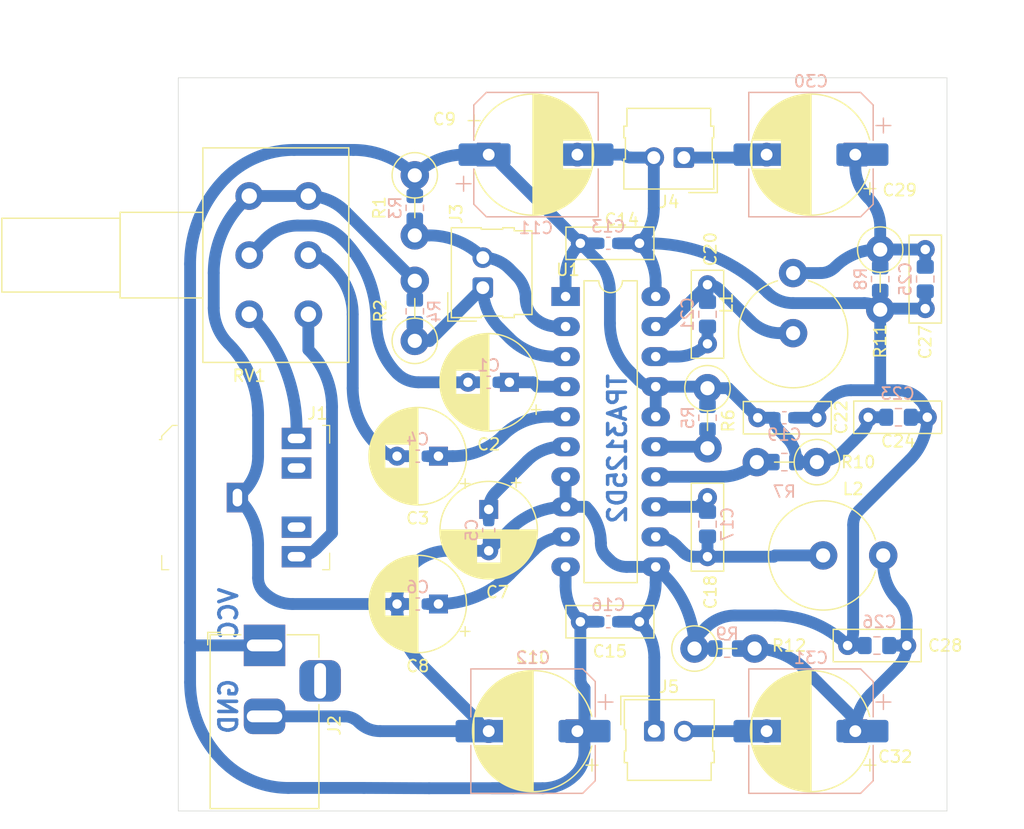
<source format=kicad_pcb>
(kicad_pcb (version 20211014) (generator pcbnew)
  (layers (0 "F.Cu" signal) (31 "B.Cu" signal) (34 "B.Paste" user) (35 "F.Paste" user) (36 "B.SilkS" user "B.Silkscreen") (37 "F.SilkS" user "F.Silkscreen") (38 "B.Mask" user) (39 "F.Mask" user) (44 "Edge.Cuts" user))
  (net 0 "")
  (net 1 "Net-(C1-Pad2)")
  (net 2 "Net-(C1-Pad1)")
  (net 3 "GNDREF")
  (net 4 "VCC")
  (net 5 "Net-(J1-PadR)")
  (net 6 "Net-(J1-PadT)")
  (net 7 "/*SD")
  (net 8 "/MUTE")
  (net 11 "Net-(C3-Pad1)")
  (net 12 "Net-(C3-Pad2)")
  (net 13 "Net-(C20-Pad1)")
  (net 14 "Net-(C5-Pad1)")
  (net 15 "Net-(C6-Pad1)")
  (net 16 "Net-(C17-Pad1)")
  (net 17 "/GAIN0")
  (net 18 "/GAIN1")
  (net 19 "Net-(C17-Pad2)")
  (net 20 "Net-(C20-Pad2)")
  (net 21 "Net-(C25-Pad1)")
  (net 22 "Net-(C26-Pad2)")
  (net 23 "Net-(C29-Pad2)")
  (net 24 "Net-(C31-Pad2)")
  (footprint "Capacitor_THT:CP_Radial_D8.0mm_P3.50mm" (layer "F.Cu") (at 128 80 180)
    (fp_text reference "C3")
    (fp_text value "1u")
  )
  (footprint "Capacitor_THT:CP_Radial_D8.0mm_P3.50mm" (layer "F.Cu") (at 132.25 84.5 -90)
    (fp_text reference "C7")
    (fp_text value "1u")
  )
  (footprint "Capacitor_THT:CP_Radial_D8.0mm_P3.50mm" (layer "F.Cu") (at 128 92.5 180)
    (fp_text reference "C8")
    (fp_text value "1u")
  )
  (footprint "Capacitor_THT:C_Rect_L7.2mm_W2.5mm_P5.00mm_FKS2_FKP2_MKS2_MKP2" (layer "F.Cu") (at 145 62 180)
    (fp_text reference "C14")
    (fp_text value "100n")
  )
  (footprint "Capacitor_THT:C_Rect_L7.2mm_W2.5mm_P5.00mm_FKS2_FKP2_MKS2_MKP2" (layer "F.Cu") (at 145 94 180)
    (fp_text reference "C15")
    (fp_text value "100n")
  )
  (footprint "Capacitor_THT:C_Rect_L7.2mm_W2.5mm_P5.00mm_FKS2_FKP2_MKS2_MKP2" (layer "F.Cu") (at 155 76.75)
    (fp_text reference "C22")
    (fp_text value "100n")
  )
  (footprint "Connector_Molex:Molex_SL_171971-0002_1x02_P2.54mm_Vertical" (layer "F.Cu") (at 131.75 65.75 90)
    (fp_text reference "J3")
    (fp_text value "Conn_01x02")
  )
  (footprint "Connector_BarrelJack:BarrelJack_Horizontal" (layer "F.Cu") (at 113.2925 96 90)
    (fp_text reference "J2")
    (fp_text value "POWER")
  )
  (footprint "Connector_Molex:Molex_SL_171971-0002_1x02_P2.54mm_Vertical" (layer "F.Cu") (at 148.75 54.75 180)
    (fp_text reference "J4")
    (fp_text value "8 Ohm Speaker")
  )
  (footprint "Connector_Molex:Molex_SL_171971-0002_1x02_P2.54mm_Vertical" (layer "F.Cu") (at 146.25 103.25)
    (fp_text reference "J5")
    (fp_text value "8 Ohm Speaker")
  )
  (footprint "Inductor_THT:L_Axial_L26.0mm_D9.0mm_P5.08mm_Vertical_Fastron_77A" (layer "F.Cu") (at 157.988 69.596 90)
    (fp_text reference "L1")
    (fp_text value "33u")
  )
  (footprint "Inductor_THT:L_Axial_L26.0mm_D9.0mm_P5.08mm_Vertical_Fastron_77A" (layer "F.Cu") (at 160.528 88.392)
    (fp_text reference "L2")
    (fp_text value "33u")
  )
  (footprint "Potentiometer_THT:Potentiometer_Alps_RK163_Dual_Horizontal" (layer "F.Cu") (at 112 58 180)
    (fp_text reference "RV1")
    (fp_text value "100k")
  )
  (footprint "Package_DIP:DIP-20_W7.62mm_LongPads" (layer "F.Cu") (at 138.75 66.5)
    (fp_text reference "U1")
    (fp_text value "TPA3125D2")
  )
  (footprint "Capacitor_THT:CP_Radial_D8.0mm_P3.50mm" (layer "F.Cu") (at 134 73.75 180)
    (fp_text reference "C2")
    (fp_text value "1u")
  )
  (footprint "Capacitor_THT:C_Rect_L7.2mm_W2.5mm_P5.00mm_FKS2_FKP2_MKS2_MKP2" (layer "F.Cu") (at 150.75 65.5 -90)
    (fp_text reference "C20")
    (fp_text value "220n")
  )
  (footprint "TPA3125D2:audiojack-3.5mm-5p" (layer "F.Cu") (at 116 83.5)
    (fp_text reference "J1")
    (fp_text value "AudioJack3_SwitchTR")
  )
  (footprint "Capacitor_THT:CP_Radial_D10.0mm_P7.50mm" (layer "F.Cu") (at 132.25 54.5)
    (fp_text reference "C9")
    (fp_text value "470u")
  )
  (footprint "Capacitor_THT:CP_Radial_D10.0mm_P7.50mm" (layer "F.Cu") (at 139.75 103.25 180)
    (fp_text reference "C10")
    (fp_text value "470u")
  )
  (footprint "Capacitor_THT:C_Rect_L7.2mm_W2.5mm_P5.00mm_FKS2_FKP2_MKS2_MKP2" (layer "F.Cu") (at 169.164 62.524 -90)
    (fp_text reference "C27")
    (fp_text value "680n")
  )
  (footprint "Capacitor_THT:C_Rect_L7.2mm_W2.5mm_P5.00mm_FKS2_FKP2_MKS2_MKP2" (layer "F.Cu") (at 162.6 96.012)
    (fp_text reference "C28")
    (fp_text value "680n")
  )
  (footprint "Capacitor_THT:CP_Radial_D10.0mm_P7.50mm" (layer "F.Cu") (at 163.25 54.5 180)
    (fp_text reference "C29")
    (fp_text value "470u")
  )
  (footprint "Capacitor_THT:CP_Radial_D10.0mm_P7.50mm" (layer "F.Cu") (at 163.25 103.25 180)
    (fp_text reference "C32")
    (fp_text value "470u")
  )
  (footprint "Resistor_THT:R_Axial_DIN0411_L9.9mm_D3.6mm_P5.08mm_Vertical" (layer "F.Cu") (at 165.354 62.53 -90)
    (fp_text reference "R11")
    (fp_text value "4k7")
  )
  (footprint "Capacitor_THT:C_Rect_L7.2mm_W2.5mm_P5.00mm_FKS2_FKP2_MKS2_MKP2" (layer "F.Cu") (at 150.75 88.5 90)
    (fp_text reference "C18")
    (fp_text value "220n")
  )
  (footprint "Resistor_THT:R_Axial_DIN0411_L9.9mm_D3.6mm_P5.08mm_Vertical" (layer "F.Cu") (at 126 56.25 -90)
    (fp_text reference "R1")
    (fp_text value "10k")
  )
  (footprint "Resistor_THT:R_Axial_DIN0411_L9.9mm_D3.6mm_P5.08mm_Vertical" (layer "F.Cu") (at 126 70.25 90)
    (fp_text reference "R2")
    (fp_text value "10k")
  )
  (footprint "Resistor_THT:R_Axial_DIN0411_L9.9mm_D3.6mm_P5.08mm_Vertical" (layer "F.Cu") (at 150.75 74.25 -90)
    (fp_text reference "R6")
    (fp_text value "10k")
  )
  (footprint "Resistor_THT:R_Axial_DIN0411_L9.9mm_D3.6mm_P5.08mm_Vertical" (layer "F.Cu") (at 160 80.5 180)
    (fp_text reference "R10")
    (fp_text value "10k")
  )
  (footprint "Resistor_THT:R_Axial_DIN0411_L9.9mm_D3.6mm_P5.08mm_Vertical" (layer "F.Cu") (at 149.652 96.266)
    (fp_text reference "R12")
    (fp_text value "4k7")
  )
  (footprint "Capacitor_THT:C_Rect_L7.2mm_W2.5mm_P5.00mm_FKS2_FKP2_MKS2_MKP2" (layer "F.Cu") (at 164.338 76.708)
    (fp_text reference "C24")
    (fp_text value "10u")
  )
  (footprint "Capacitor_SMD:CP_Elec_10x7.7" (layer "B.Cu") (at 136 103.25 180)
    (fp_text reference "C12")
    (fp_text value "470u")
  )
  (footprint "Capacitor_SMD:C_0805_2012Metric_Pad1.18x1.45mm_HandSolder" (layer "B.Cu") (at 150.75 68 -90)
    (fp_text reference "C21")
    (fp_text value "220n")
  )
  (footprint "Capacitor_SMD:C_0805_2012Metric_Pad1.18x1.45mm_HandSolder" (layer "B.Cu") (at 150.75 85.75 90)
    (fp_text reference "C17")
    (fp_text value "220n")
  )
  (footprint "Capacitor_SMD:C_0805_2012Metric_Pad1.18x1.45mm_HandSolder" (layer "B.Cu") (at 165.0785 96.012)
    (fp_text reference "C26")
    (fp_text value "680n")
  )
  (footprint "Capacitor_SMD:CP_Elec_10x7.7" (layer "B.Cu") (at 159.5 103.25 180)
    (fp_text reference "C31")
    (fp_text value "470u")
  )
  (footprint "Resistor_SMD:R_0805_2012Metric_Pad1.20x1.40mm_HandSolder" (layer "B.Cu") (at 165.354 65.024 -90)
    (fp_text reference "R8")
    (fp_text value "4k7")
  )
  (footprint "Resistor_SMD:R_0805_2012Metric_Pad1.20x1.40mm_HandSolder" (layer "B.Cu") (at 152.416 96.266)
    (fp_text reference "R9")
    (fp_text value "4k7")
  )
  (footprint "Capacitor_SMD:CP_Elec_10x7.7" (layer "B.Cu") (at 136.25 54.5)
    (fp_text reference "C11")
    (fp_text value "470u")
  )
  (footprint "Capacitor_SMD:C_0603_1608Metric_Pad1.08x0.95mm_HandSolder" (layer "B.Cu") (at 142.3625 62 180)
    (fp_text reference "C13")
    (fp_text value "100n")
  )
  (footprint "Capacitor_SMD:C_0603_1608Metric_Pad1.08x0.95mm_HandSolder" (layer "B.Cu") (at 132.25 73.75 180)
    (fp_text reference "C1")
    (fp_text value "1u")
  )
  (footprint "Capacitor_SMD:C_0603_1608Metric_Pad1.08x0.95mm_HandSolder" (layer "B.Cu") (at 126.25 80 180)
    (fp_text reference "C4")
    (fp_text value "1u")
  )
  (footprint "Capacitor_SMD:C_0603_1608Metric_Pad1.08x0.95mm_HandSolder" (layer "B.Cu") (at 132.25 86.25 -90)
    (fp_text reference "C5")
    (fp_text value "1u")
  )
  (footprint "Capacitor_SMD:C_0603_1608Metric_Pad1.08x0.95mm_HandSolder" (layer "B.Cu") (at 142.3625 94 180)
    (fp_text reference "C16")
    (fp_text value "100n")
  )
  (footprint "Capacitor_SMD:C_0603_1608Metric_Pad1.08x0.95mm_HandSolder" (layer "B.Cu") (at 157.25 76.75)
    (fp_text reference "C19")
    (fp_text value "100n")
  )
  (footprint "Capacitor_SMD:C_0603_1608Metric_Pad1.08x0.95mm_HandSolder" (layer "B.Cu") (at 126.25 92.5 180)
    (fp_text reference "C6")
    (fp_text value "1u")
  )
  (footprint "Resistor_SMD:R_0805_2012Metric_Pad1.20x1.40mm_HandSolder" (layer "B.Cu") (at 126 59 -90)
    (fp_text reference "R3")
    (fp_text value "10k")
  )
  (footprint "Resistor_SMD:R_0805_2012Metric_Pad1.20x1.40mm_HandSolder" (layer "B.Cu") (at 126 67.75 90)
    (fp_text reference "R4")
    (fp_text value "10k")
  )
  (footprint "Resistor_SMD:R_0805_2012Metric_Pad1.20x1.40mm_HandSolder" (layer "B.Cu") (at 150.75 76.75 -90)
    (fp_text reference "R5")
    (fp_text value "10k")
  )
  (footprint "Resistor_SMD:R_0805_2012Metric_Pad1.20x1.40mm_HandSolder" (layer "B.Cu") (at 157.25 80.5 180)
    (fp_text reference "R7")
    (fp_text value "10k")
  )
  (footprint "Capacitor_SMD:C_0805_2012Metric_Pad1.18x1.45mm_HandSolder" (layer "B.Cu") (at 166.8995 76.708)
    (fp_text reference "C23")
    (fp_text value "10u")
  )
  (footprint "Capacitor_SMD:C_0805_2012Metric_Pad1.18x1.45mm_HandSolder" (layer "B.Cu") (at 169.164 65.024 -90)
    (fp_text reference "C25")
    (fp_text value "680n")
  )
  (footprint "Capacitor_SMD:CP_Elec_10x7.7" (layer "B.Cu") (at 159.5 54.5 180)
    (fp_text reference "C30")
    (fp_text value "470u")
  )
  (gr_line (start 171 110) (end 106 110) (layer "Edge.Cuts") (width 0.05))
  (gr_line (start 106 110) (end 106 48) (layer "Edge.Cuts") (width 0.05))
  (gr_line (start 106 48) (end 171 48) (layer "Edge.Cuts") (width 0.05))
  (gr_line (start 171 48) (end 171 110) (layer "Edge.Cuts") (width 0.05))
  (gr_text "VCC   GND" (at 110.25 97.3 90) (layer "B.Cu") (effects (font (size 1.5 1.5) (thickness 0.3)) (justify mirror)))
  (gr_text "TPA3125D2" (at 143.129 79.375 90) (layer "B.Cu") (effects (font (size 1.5 1.5) (thickness 0.3)) (justify mirror)))
  (segment (start 117.25 60.5) (end 116.09099 60.5) (width 1) (layer "B.Cu") (net 1))
  (segment (start 119.921573 61.671573) (end 119.81066 61.56066) (width 1) (layer "B.Cu") (net 1))
  (segment (start 122.75 68.775127) (end 122.75 68.5) (width 1) (layer "B.Cu") (net 1))
  (segment (start 130.5 73.75) (end 131.3875 73.75) (width 1) (layer "B.Cu") (net 1))
  (segment (start 130.5 73.75) (end 126.31066 73.75) (width 1) (layer "B.Cu") (net 1))
  (segment (start 113.375 61.625) (end 112 63) (width 1) (layer "B.Cu") (net 1))
  (arc (start 122.75 68.5) (mid 122.014915 64.804482) (end 119.921573 61.671573) (width 1) (layer "B.Cu") (net 1))
  (arc (start 116.09099 60.5) (mid 114.621107 60.792378) (end 113.375 61.625) (width 1) (layer "B.Cu") (net 1))
  (arc (start 124.5 73) (mid 123.20481 71.061611) (end 122.75 68.775127) (width 1) (layer "B.Cu") (net 1))
  (arc (start 126.31066 73.75) (mid 125.330738 73.555081) (end 124.5 73) (width 1) (layer "B.Cu") (net 1))
  (arc (start 119.81066 61.56066) (mid 118.635819 60.775656) (end 117.25 60.5) (width 1) (layer "B.Cu") (net 1))
  (segment (start 134 73.75) (end 133.1125 73.75) (width 1) (layer "B.Cu") (net 2))
  (segment (start 136.37 74.12) (end 136 73.75) (width 1) (layer "B.Cu") (net 2))
  (segment (start 138.75 74.12) (end 136.37 74.12) (width 1) (layer "B.Cu") (net 2))
  (segment (start 134 73.75) (end 136 73.75) (width 1) (layer "B.Cu") (net 2))
  (segment (start 112.75 76.535533) (end 112.75 80) (width 1) (layer "B.Cu") (net 3))
  (segment (start 112 58) (end 111.474874 58.525126) (width 1) (layer "B.Cu") (net 3))
  (segment (start 160 76.75) (end 158.1125 76.75) (width 1) (layer "B.Cu") (net 3))
  (segment (start 124.5 92.5) (end 124.5 93.75) (width 1) (layer "B.Cu") (net 3))
  (segment (start 131.256849 102.300848) (end 129.032 100.076) (width 1) (layer "B.Cu") (net 3))
  (segment (start 145 62) (end 145.768973 62) (width 1) (layer "B.Cu") (net 3))
  (segment (start 145 62) (end 143.225 62) (width 1) (layer "B.Cu") (net 3))
  (segment (start 126 65.17) (end 120.124006 59.294006) (width 1) (layer "B.Cu") (net 3))
  (segment (start 138.75 81.74) (end 138.75 84.28) (width 1) (layer "B.Cu") (net 3))
  (segment (start 146.37 66.5) (end 146.37 65.307472) (width 1) (layer "B.Cu") (net 3))
  (segment (start 109 64.5) (end 109 67.482234) (width 1) (layer "B.Cu") (net 3))
  (segment (start 123.06066 103.25) (end 132.25 103.25) (width 1) (layer "B.Cu") (net 3))
  (segment (start 117 58) (end 112 58) (width 1) (layer "B.Cu") (net 3))
  (segment (start 157.975235 67.056) (end 164.016526 67.056) (width 1) (layer "B.Cu") (net 3))
  (segment (start 146.21 54.75) (end 144.257553 54.75) (width 1) (layer "B.Cu") (net 3))
  (segment (start 141.732 87.323215) (end 141.732 87.376) (width 1) (layer "B.Cu") (net 3))
  (segment (start 124.5 92.5) (end 115.664213 92.5) (width 1) (layer "B.Cu") (net 3))
  (segment (start 124.5 92.250482) (end 124.5 92.5) (width 1) (layer "B.Cu") (net 3))
  (segment (start 113.2925 102) (end 120.042894 102) (width 1) (layer "B.Cu") (net 3))
  (segment (start 132.25 88) (end 128.822607 88) (width 1) (layer "B.Cu") (net 3))
  (segment (start 153.07484 93.472) (end 156.467898 93.472) (width 1) (layer "B.Cu") (net 3))
  (segment (start 165.354 67.61) (end 165.354 66.024) (width 1) (layer "B.Cu") (net 3))
  (segment (start 132.25 87.1125) (end 132.25 88) (width 1) (layer "B.Cu") (net 3))
  (segment (start 124.5 92.5) (end 125.3875 92.5) (width 1) (layer "B.Cu") (net 3))
  (segment (start 149.652 96.266) (end 151.416 96.266) (width 1) (layer "B.Cu") (net 3))
  (segment (start 169.164 67.524) (end 169.164 66.0615) (width 1) (layer "B.Cu") (net 3))
  (segment (start 134.004243 86.245757) (end 132.25 88) (width 1) (layer "B.Cu") (net 3))
  (segment (start 167.84459 80.313409) (end 166.116 82.042) (width 1) (layer "B.Cu") (net 3))
  (segment (start 163.068 85.80842) (end 163.068 94.882149) (width 1) (layer "B.Cu") (net 3))
  (segment (start 165.354 67.61) (end 165.354 73.80879) (width 1) (layer "B.Cu") (net 3))
  (segment (start 150.223342 94.886658) (end 150.622 94.488) (width 1) (layer "B.Cu") (net 3))
  (segment (start 162.6 96.012) (end 164.041 96.012) (width 1) (layer "B.Cu") (net 3))
  (segment (start 169.338 76.708) (end 167.937 76.708) (width 1) (layer "B.Cu") (net 3))
  (segment (start 112.75 90.292894) (end 112.75 87.5) (width 1) (layer "B.Cu") (net 3))
  (segment (start 168.656 75.184) (end 168.742616 75.270616) (width 1) (layer "B.Cu") (net 3))
  (segment (start 126 66.75) (end 126 65.17) (width 1) (layer "B.Cu") (net 3))
  (segment (start 111.159009 83.659009) (end 111 83.5) (width 1) (layer "B.Cu") (net 3))
  (segment (start 139.75 54.5) (end 143.654 54.5) (width 1) (layer "B.Cu") (net 3))
  (segment (start 111.512563 82.987437) (end 111 83.5) (width 1) (layer "B.Cu") (net 3))
  (segment (start 145 94) (end 143.225 94) (width 1) (layer "B.Cu") (net 3))
  (segment (start 165.608 74.422) (end 166.81637 74.422) (width 1) (layer "B.Cu") (net 3))
  (segment (start 138.75 84.28) (end 140.471459 84.28) (width 1) (layer "B.Cu") (net 3))
  (segment (start 146.37 89.36) (end 143.911143 89.36) (width 1) (layer "B.Cu") (net 3))
  (segment (start 162.87563 74.422) (end 165.608 74.422) (width 1) (layer "B.Cu") (net 3))
  (segment (start 142.494 88.773) (end 142.181013 88.460013) (width 1) (layer "B.Cu") (net 3))
  (segment (start 146.21 54.75) (end 146.21 59.078802) (width 1) (layer "B.Cu") (net 3))
  (segment (start 147.089445 90.079445) (end 146.37 89.36) (width 1) (layer "B.Cu") (net 3))
  (segment (start 146.37 89.36) (end 146.37 90.692528) (width 1) (layer "B.Cu") (net 3))
  (segment (start 166.116 82.042) (end 163.576 84.582) (width 1) (layer "B.Cu") (net 3))
  (segment (start 146.25 103.25) (end 146.25 97.017766) (width 1) (layer "B.Cu") (net 3))
  (segment (start 169.164 67.524) (end 165.561622 67.524) (width 1) (layer "B.Cu") (net 3))
  (segment (start 160.374767 75.845234) (end 161.036 75.184) (width 1) (layer "B.Cu") (net 3))
  (segment (start 129.032 100.076) (end 126.652434 97.696434) (width 1) (layer "B.Cu") (net 3))
  (arc (start 164.016526 67.056) (mid 164.740361 67.19998) (end 165.354 67.61) (width 1) (layer "B.Cu") (net 3))
  (arc (start 112.75 87.5) (mid 112.336515 85.421271) (end 111.159009 83.659009) (width 1) (layer "B.Cu") (net 3))
  (arc (start 155.829 66.167) (mid 156.813701 66.824956) (end 157.975235 67.056) (width 1) (layer "B.Cu") (net 3))
  (arc (start 138.75 84.28) (mid 136.181615 84.790884) (end 134.004243 86.245757) (width 1) (layer "B.Cu") (net 3))
  (arc (start 111.474874 58.525126) (mid 109.643199 61.266421) (end 109 64.5) (width 1) (layer "B.Cu") (net 3))
  (arc (start 145.768973 62) (mid 151.21342 63.082968) (end 155.829 66.167) (width 1) (layer "B.Cu") (net 3))
  (arc (start 125.73 89.281) (mid 124.819667 90.64341) (end 124.5 92.250482) (width 1) (layer "B.Cu") (net 3))
  (arc (start 150.622 94.488) (mid 151.747373 93.73605) (end 153.07484 93.472) (width 1) (layer "B.Cu") (net 3))
  (arc (start 168.742616 75.270616) (mid 169.183265 75.930093) (end 169.338 76.708) (width 1) (layer "B.Cu") (net 3))
  (arc (start 143.911143 89.36) (mid 143.144191 89.207444) (end 142.494 88.773) (width 1) (layer "B.Cu") (net 3))
  (arc (start 160 76.75) (mid 160.097399 76.260344) (end 160.374767 75.845234) (width 1) (layer "B.Cu") (net 3))
  (arc (start 163.068 94.882149) (mid 162.94637 95.49362) (end 162.6 96.012) (width 1) (layer "B.Cu") (net 3))
  (arc (start 126.652434 97.696434) (mid 125.0594 95.312291) (end 124.5 92.5) (width 1) (layer "B.Cu") (net 3))
  (arc (start 163.576 84.582) (mid 163.200025 85.144687) (end 163.068 85.80842) (width 1) (layer "B.Cu") (net 3))
  (arc (start 144.257553 54.75) (mid 143.930912 54.685027) (end 143.654 54.5) (width 1) (layer "B.Cu") (net 3))
  (arc (start 146.37 90.692528) (mid 146.013949 92.482518) (end 145 94) (width 1) (layer "B.Cu") (net 3))
  (arc (start 169.338 76.708) (mid 168.949876 78.659234) (end 167.84459 80.313409) (width 1) (layer "B.Cu") (net 3))
  (arc (start 146.21 59.078802) (mid 145.895531 60.659743) (end 145 62) (width 1) (layer "B.Cu") (net 3))
  (arc (start 149.652 96.266) (mid 148.986014 92.917861) (end 147.089445 90.079445) (width 1) (layer "B.Cu") (net 3))
  (arc (start 109 67.482234) (mid 109.324865 69.115437) (end 110.25 70.5) (width 1) (layer "B.Cu") (net 3))
  (arc (start 161.036 75.184) (mid 161.880029 74.620037) (end 162.87563 74.422) (width 1) (layer "B.Cu") (net 3))
  (arc (start 121.25 102.5) (mid 122.080738 103.055081) (end 123.06066 103.25) (width 1) (layer "B.Cu") (net 3))
  (arc (start 166.81637 74.422) (mid 167.81197 74.620038) (end 168.656 75.184) (width 1) (layer "B.Cu") (net 3))
  (arc (start 112.75 80) (mid 112.428401 81.616789) (end 111.512563 82.987437) (width 1) (layer "B.Cu") (net 3))
  (arc (start 120.124006 59.294006) (mid 118.690701 58.336301) (end 117 58) (width 1) (layer "B.Cu") (net 3))
  (arc (start 110.25 70.5) (mid 112.100271 73.269126) (end 112.75 76.535533) (width 1) (layer "B.Cu") (net 3))
  (arc (start 140.471459 84.28) (mid 141.404396 85.676239) (end 141.732 87.323215) (width 1) (layer "B.Cu") (net 3))
  (arc (start 165.561622 67.524) (mid 165.449258 67.546351) (end 165.354 67.61) (width 1) (layer "B.Cu") (net 3))
  (arc (start 146.25 97.017766) (mid 145.925136 95.384563) (end 145 94) (width 1) (layer "B.Cu") (net 3))
  (arc (start 113.25 91.5) (mid 112.879946 90.946175) (end 112.75 90.292894) (width 1) (layer "B.Cu") (net 3))
  (arc (start 131.65 103.25) (mid 131.547823 102.736323) (end 131.256849 102.300848) (width 1) (layer "B.Cu") (net 3))
  (arc (start 146.37 65.307472) (mid 146.013949 63.517481) (end 145 62) (width 1) (layer "B.Cu") (net 3))
  (arc (start 115.664213 92.5) (mid 114.35765 92.240109) (end 113.25 91.5) (width 1) (layer "B.Cu") (net 3))
  (arc (start 128.822607 88) (mid 127.148901 88.33292) (end 125.73 89.281) (width 1) (layer "B.Cu") (net 3))
  (arc (start 165.354 73.80879) (mid 165.420013 74.140656) (end 165.608 74.422) (width 1) (layer "B.Cu") (net 3))
  (arc (start 156.467898 93.472) (mid 159.786567 94.132125) (end 162.6 96.012) (width 1) (layer "B.Cu") (net 3))
  (arc (start 120.042894 102) (mid 120.696175 102.129946) (end 121.25 102.5) (width 1) (layer "B.Cu") (net 3))
  (arc (start 142.181013 88.460013) (mid 141.848695 87.962664) (end 141.732 87.376) (width 1) (layer "B.Cu") (net 3))
  (arc (start 149.652 96.266) (mid 149.800487 95.519505) (end 150.223342 94.886658) (width 1) (layer "B.Cu") (net 3))
  (segment (start 138.75 89.36) (end 138.75 90.982234) (width 1) (layer "B.Cu") (net 4))
  (segment (start 140 94) (end 140 98.790054) (width 1) (layer "B.Cu") (net 4))
  (segment (start 140 94) (end 141.5 94) (width 1) (layer "B.Cu") (net 4))
  (segment (start 121.698765 108.051235) (end 115.305672 108.051235) (width 1) (layer "B.Cu") (net 4))
  (segment (start 158.25 80.5) (end 158.25 80.31066) (width 1) (layer "B.Cu") (net 4))
  (segment (start 140 62) (end 141.5 62) (width 1) (layer "B.Cu") (net 4))
  (segment (start 163.068 78.74) (end 162.232896 79.575104) (width 1) (layer "B.Cu") (net 4))
  (segment (start 141.362 63.362) (end 140 62) (width 1) (layer "B.Cu") (net 4))
  (segment (start 132.532088 108.077) (end 134.327 108.077) (width 1) (layer "B.Cu") (net 4))
  (segment (start 132.25 54.5) (end 130.158 54.5) (width 1) (layer "B.Cu") (net 4))
  (segment (start 107 95.75) (end 107 63.74264) (width 1) (layer "B.Cu") (net 4))
  (segment (start 140 62) (end 139.961275 62.038725) (width 1) (layer "B.Cu") (net 4))
  (segment (start 160 80.5) (end 158.25 80.5) (width 1) (layer "B.Cu") (net 4))
  (segment (start 138.75 66.5) (end 138.75 64.963) (width 1) (layer "B.Cu") (net 4))
  (segment (start 113.2925 96) (end 107.603553 96) (width 1) (layer "B.Cu") (net 4))
  (segment (start 150.75 74.25) (end 150.75 75.75) (width 1) (layer "B.Cu") (net 4))
  (segment (start 127.21042 108.077) (end 121.698765 108.051235) (width 1) (layer "B.Cu") (net 4))
  (segment (start 163.799185 78.008816) (end 163.068 78.74) (width 1) (layer "B.Cu") (net 4))
  (segment (start 164.338 76.708) (end 165.862 76.708) (width 1) (layer "B.Cu") (net 4))
  (segment (start 144.907 73.558741) (end 144.195629 72.84737) (width 1) (layer "B.Cu") (net 4))
  (segment (start 140.35 103.25) (end 140.35 99.635028) (width 1) (layer "B.Cu") (net 4))
  (segment (start 132.25 54.5) (end 132.5 54.5) (width 1) (layer "B.Cu") (net 4))
  (segment (start 146.37 74.12) (end 146.261999 74.12) (width 1) (layer "B.Cu") (net 4))
  (segment (start 150.62 74.12) (end 150.75 74.25) (width 1) (layer "B.Cu") (net 4))
  (segment (start 126 56.25) (end 126 58) (width 1) (layer "B.Cu") (net 4))
  (segment (start 152.5 74.25) (end 155 76.75) (width 1) (layer "B.Cu") (net 4))
  (segment (start 126 56.25) (end 126.047286 56.202714) (width 1) (layer "B.Cu") (net 4))
  (segment (start 155 76.75) (end 156.3875 76.75) (width 1) (layer "B.Cu") (net 4))
  (segment (start 150.75 74.25) (end 152.5 74.25) (width 1) (layer "B.Cu") (net 4))
  (segment (start 134.327 108.077) (end 127.21042 108.077) (width 1) (layer "B.Cu") (net 4))
  (segment (start 140.35 105.058157) (end 140.35 99.635028) (width 1) (layer "B.Cu") (net 4))
  (segment (start 134.327 108.077) (end 136.813554 108.077) (width 1) (layer "B.Cu") (net 4))
  (segment (start 146.37 74.12) (end 150.62 74.12) (width 1) (layer "B.Cu") (net 4))
  (segment (start 146.37 76.66) (end 146.37 74.12) (width 1) (layer "B.Cu") (net 4))
  (segment (start 140.35 103.25) (end 139.75 103.25) (width 1) (layer "B.Cu") (net 4))
  (segment (start 156.838281 77.83828) (end 157.5 78.5) (width 1) (layer "B.Cu") (net 4))
  (segment (start 107 99.110913) (end 107 95.75) (width 1) (layer "B.Cu") (net 4))
  (segment (start 115.789284 54.102) (end 120.81427 54.102) (width 1) (layer "B.Cu") (net 4))
  (segment (start 142.5 68.75376) (end 142.5 66.109375) (width 1) (layer "B.Cu") (net 4))
  (segment (start 132.5 54.5) (end 140 62) (width 1) (layer "B.Cu") (net 4))
  (arc (start 146.261999 74.12) (mid 145.528679 73.974134) (end 144.907 73.558741) (width 1) (layer "B.Cu") (net 4))
  (arc (start 139.961275 62.038725) (mid 139.0648 63.380393) (end 138.75 64.963) (width 1) (layer "B.Cu") (net 4))
  (arc (start 109.75 105.75) (mid 107.714701 102.703961) (end 107 99.110913) (width 1) (layer "B.Cu") (net 4))
  (arc (start 136.813554 108.077) (mid 138.306955 107.779944) (end 139.573 106.934) (width 1) (layer "B.Cu") (net 4))
  (arc (start 107.603553 96) (mid 107.276912 95.935027) (end 107 95.75) (width 1) (layer "B.Cu") (net 4))
  (arc (start 126.047286 56.202714) (mid 127.933297 54.942522) (end 130.158 54.5) (width 1) (layer "B.Cu") (net 4))
  (arc (start 120.81427 54.102) (mid 123.620768 54.660247) (end 126 56.25) (width 1) (layer "B.Cu") (net 4))
  (arc (start 140 98.790054) (mid 140.090962 99.24735) (end 140.35 99.635028) (width 1) (layer "B.Cu") (net 4))
  (arc (start 138.75 90.982234) (mid 139.074864 92.615437) (end 140 94) (width 1) (layer "B.Cu") (net 4))
  (arc (start 115.305672 108.051235) (mid 112.298964 107.453164) (end 109.75 105.75) (width 1) (layer "B.Cu") (net 4))
  (arc (start 156.3875 76.75) (mid 156.504654 77.338973) (end 156.838281 77.83828) (width 1) (layer "B.Cu") (net 4))
  (arc (start 158.25 80.31066) (mid 158.055081 79.330738) (end 157.5 78.5) (width 1) (layer "B.Cu") (net 4))
  (arc (start 144.195629 72.84737) (mid 142.94068 70.969207) (end 142.5 68.75376) (width 1) (layer "B.Cu") (net 4))
  (arc (start 139.573 106.934) (mid 140.148064 106.073356) (end 140.35 105.058157) (width 1) (layer "B.Cu") (net 4))
  (arc (start 142.5 66.109375) (mid 142.204244 64.622507) (end 141.362 63.362) (width 1) (layer "B.Cu") (net 4))
  (arc (start 162.232896 79.575104) (mid 161.208435 80.259628) (end 160 80.5) (width 1) (layer "B.Cu") (net 4))
  (arc (start 107 63.74264) (mid 107.779675 59.822951) (end 110 56.5) (width 1) (layer "B.Cu") (net 4))
  (arc (start 164.338 76.708) (mid 164.197966 77.411996) (end 163.799185 78.008816) (width 1) (layer "B.Cu") (net 4))
  (arc (start 110 56.5) (mid 112.656146 54.72522) (end 115.789284 54.102) (width 1) (layer "B.Cu") (net 4))
  (segment (start 117.707107 87.792893) (end 119 86.5) (width 1) (layer "B.Cu") (net 5))
  (segment (start 119 86.5) (end 119 75.828427) (width 1) (layer "B.Cu") (net 5))
  (segment (start 117 71) (end 117 68) (width 1) (layer "B.Cu") (net 5))
  (arc (start 116 88.5) (mid 116.92388 88.316229) (end 117.707107 87.792893) (width 1) (layer "B.Cu") (net 5))
  (arc (start 119 75.828427) (mid 118.480217 73.215301) (end 117 71) (width 1) (layer "B.Cu") (net 5))
  (segment (start 116 78.5) (end 116 77.656854) (width 1) (layer "B.Cu") (net 6))
  (arc (start 116 77.656854) (mid 114.960434 72.430602) (end 112 68) (width 1) (layer "B.Cu") (net 6))
  (segment (start 126 61.33) (end 127.211279 61.33) (width 1) (layer "B.Cu") (net 7))
  (segment (start 138.75 69.04) (end 138.047353 69.04) (width 1) (layer "B.Cu") (net 7))
  (segment (start 126 60) (end 126 61.33) (width 1) (layer "B.Cu") (net 7))
  (segment (start 131.75 63.21) (end 131.751853 63.21) (width 1) (layer "B.Cu") (net 7))
  (segment (start 133.985 64.135) (end 134.580158 64.730158) (width 1) (layer "B.Cu") (net 7))
  (arc (start 136.017 68.199) (mid 135.547031 67.495643) (end 135.382 66.665975) (width 1) (layer "B.Cu") (net 7))
  (arc (start 134.580158 64.730158) (mid 135.173607 65.618318) (end 135.382 66.665975) (width 1) (layer "B.Cu") (net 7))
  (arc (start 131.751853 63.21) (mid 132.960423 63.450399) (end 133.985 64.135) (width 1) (layer "B.Cu") (net 7))
  (arc (start 127.211279 61.33) (mid 129.667617 61.818596) (end 131.75 63.21) (width 1) (layer "B.Cu") (net 7))
  (arc (start 138.047353 69.04) (mid 136.948534 68.821431) (end 136.017 68.199) (width 1) (layer "B.Cu") (net 7))
  (segment (start 126 68.75) (end 126 70.25) (width 1) (layer "B.Cu") (net 8))
  (segment (start 138.75 71.58) (end 137.814457 71.58) (width 1) (layer "B.Cu") (net 8))
  (segment (start 127.25 70.25) (end 131.75 65.75) (width 1) (layer "B.Cu") (net 8))
  (segment (start 126 70.25) (end 127.25 70.25) (width 1) (layer "B.Cu") (net 8))
  (segment (start 134 70) (end 133.164214 69.164214) (width 1) (layer "B.Cu") (net 8))
  (arc (start 137.814457 71.58) (mid 135.750088 71.169371) (end 134 70) (width 1) (layer "B.Cu") (net 8))
  (arc (start 133.164214 69.164214) (mid 132.117542 67.59776) (end 131.75 65.75) (width 1) (layer "B.Cu") (net 8))
  (segment (start 129.208671 80) (end 128 80) (width 1) (layer "B.Cu") (net 11))
  (segment (start 138.75 76.66) (end 137.272143 76.66) (width 1) (layer "B.Cu") (net 11))
  (segment (start 128 80) (end 127.1125 80) (width 1) (layer "B.Cu") (net 11))
  (arc (start 133.477 78.232) (mid 131.518674 79.540512) (end 129.208671 80) (width 1) (layer "B.Cu") (net 11))
  (arc (start 137.272143 76.66) (mid 135.218227 77.068549) (end 133.477 78.232) (width 1) (layer "B.Cu") (net 11))
  (segment (start 119.15901 64.159009) (end 118.707107 63.707107) (width 1) (layer "B.Cu") (net 12))
  (segment (start 120.75 68) (end 120.75 74.25) (width 1) (layer "B.Cu") (net 12))
  (segment (start 122.694544 78.944543) (end 123.25 79.5) (width 1) (layer "B.Cu") (net 12))
  (segment (start 124.457106 80) (end 124.5 80) (width 1) (layer "B.Cu") (net 12))
  (segment (start 124.5 80) (end 125.3875 80) (width 1) (layer "B.Cu") (net 12))
  (arc (start 120.75 68) (mid 120.336515 65.921271) (end 119.15901 64.159009) (width 1) (layer "B.Cu") (net 12))
  (arc (start 120.75 74.25) (mid 121.25537 76.790669) (end 122.694544 78.944543) (width 1) (layer "B.Cu") (net 12))
  (arc (start 117 63) (mid 117.92388 63.183771) (end 118.707107 63.707107) (width 1) (layer "B.Cu") (net 12))
  (arc (start 123.25 79.5) (mid 123.803825 79.870054) (end 124.457106 80) (width 1) (layer "B.Cu") (net 12))
  (segment (start 154.432 68.58) (end 151.777679 65.925679) (width 1) (layer "B.Cu") (net 13))
  (segment (start 150.75 65.5) (end 147.80397 68.44603) (width 1) (layer "B.Cu") (net 13))
  (segment (start 157.988 69.596) (end 156.88484 69.596) (width 1) (layer "B.Cu") (net 13))
  (segment (start 150.75 66.9625) (end 150.75 65.5) (width 1) (layer "B.Cu") (net 13))
  (arc (start 147.80397 68.44603) (mid 147.146059 68.885632) (end 146.37 69.04) (width 1) (layer "B.Cu") (net 13))
  (arc (start 156.88484 69.596) (mid 155.557372 69.33195) (end 154.432 68.58) (width 1) (layer "B.Cu") (net 13))
  (arc (start 151.777679 65.925679) (mid 151.306176 65.61063) (end 150.75 65.5) (width 1) (layer "B.Cu") (net 13))
  (segment (start 135.509 80.391) (end 132.851041 83.048959) (width 1) (layer "B.Cu") (net 14))
  (segment (start 138.75 79.2) (end 138.384328 79.2) (width 1) (layer "B.Cu") (net 14))
  (segment (start 132.25 84.5) (end 132.25 85.3875) (width 1) (layer "B.Cu") (net 14))
  (arc (start 138.384328 79.2) (mid 136.828212 79.50953) (end 135.509 80.391) (width 1) (layer "B.Cu") (net 14))
  (arc (start 132.851041 83.048959) (mid 132.406205 83.714701) (end 132.25 84.5) (width 1) (layer "B.Cu") (net 14))
  (segment (start 135.636 88.392) (end 134.022673 90.005327) (width 1) (layer "B.Cu") (net 15))
  (segment (start 136.117642 87.910359) (end 135.636 88.392) (width 1) (layer "B.Cu") (net 15))
  (segment (start 128 92.5) (end 127.1125 92.5) (width 1) (layer "B.Cu") (net 15))
  (arc (start 138.75 86.82) (mid 137.325378 87.103375) (end 136.117642 87.910359) (width 1) (layer "B.Cu") (net 15))
  (arc (start 134.022673 90.005327) (mid 131.259447 91.851655) (end 128 92.5) (width 1) (layer "B.Cu") (net 15))
  (segment (start 150.75 86.7875) (end 150.75 88.5) (width 1) (layer "B.Cu") (net 16))
  (segment (start 156.464 88.392) (end 160.528 88.392) (width 1) (layer "B.Cu") (net 16))
  (segment (start 149.590945 88.5) (end 150.75 88.5) (width 1) (layer "B.Cu") (net 16))
  (segment (start 148.126613 87.547613) (end 148.717 88.138) (width 1) (layer "B.Cu") (net 16))
  (segment (start 150.75 88.5) (end 156.356 88.5) (width 1) (layer "B.Cu") (net 16))
  (segment (start 156.356 88.5) (end 156.464 88.392) (width 1) (layer "B.Cu") (net 16))
  (arc (start 146.37 86.82) (mid 147.320672 87.0091) (end 148.126613 87.547613) (width 1) (layer "B.Cu") (net 16))
  (arc (start 148.717 88.138) (mid 149.117969 88.405919) (end 149.590945 88.5) (width 1) (layer "B.Cu") (net 16))
  (segment (start 150.62 79.2) (end 150.75 79.33) (width 1) (layer "B.Cu") (net 17))
  (segment (start 146.37 79.2) (end 150.62 79.2) (width 1) (layer "B.Cu") (net 17))
  (segment (start 150.75 79.33) (end 150.75 77.75) (width 1) (layer "B.Cu") (net 17))
  (segment (start 151.926376 81.74) (end 146.37 81.74) (width 1) (layer "B.Cu") (net 18))
  (segment (start 154.92 80.5) (end 156.25 80.5) (width 1) (layer "B.Cu") (net 18))
  (arc (start 154.92 80.5) (mid 153.546514 81.417734) (end 151.926376 81.74) (width 1) (layer "B.Cu") (net 18))
  (segment (start 150.75 83.5) (end 150.75 84.7125) (width 1) (layer "B.Cu") (net 19))
  (segment (start 149.97 84.28) (end 150.75 83.5) (width 1) (layer "B.Cu") (net 19))
  (segment (start 146.37 84.28) (end 149.97 84.28) (width 1) (layer "B.Cu") (net 19))
  (segment (start 150.75 69.0375) (end 150.75 70.5) (width 1) (layer "B.Cu") (net 20))
  (segment (start 146.37 71.58) (end 148.14265 71.58) (width 1) (layer "B.Cu") (net 20))
  (arc (start 148.14265 71.58) (mid 149.553737 71.299318) (end 150.75 70.5) (width 1) (layer "B.Cu") (net 20))
  (segment (start 169.164 62.524) (end 169.164 63.9865) (width 1) (layer "B.Cu") (net 21))
  (segment (start 165.354 62.53) (end 165.112207 62.53) (width 1) (layer "B.Cu") (net 21))
  (segment (start 163.25 54.5) (end 163.25 55.539336) (width 1) (layer "B.Cu") (net 21))
  (segment (start 165.36 62.524) (end 165.354 62.53) (width 1) (layer "B.Cu") (net 21))
  (segment (start 165.354 62.53) (end 165.354 64.024) (width 1) (layer "B.Cu") (net 21))
  (segment (start 160.31758 64.516) (end 157.988 64.516) (width 1) (layer "B.Cu") (net 21))
  (segment (start 165.354 60.61884) (end 165.354 62.53) (width 1) (layer "B.Cu") (net 21))
  (segment (start 169.164 62.524) (end 165.36 62.524) (width 1) (layer "B.Cu") (net 21))
  (arc (start 165.112207 62.53) (mid 163.181108 62.91412) (end 161.544 64.008) (width 1) (layer "B.Cu") (net 21))
  (arc (start 161.544 64.008) (mid 160.981314 64.383975) (end 160.31758 64.516) (width 1) (layer "B.Cu") (net 21))
  (arc (start 163.25 55.539336) (mid 163.532762 56.960876) (end 164.338 58.166) (width 1) (layer "B.Cu") (net 21))
  (arc (start 164.338 58.166) (mid 165.08995 59.291373) (end 165.354 60.61884) (width 1) (layer "B.Cu") (net 21))
  (segment (start 167.6 93.945062) (end 167.6 96.012) (width 1) (layer "B.Cu") (net 22))
  (segment (start 160.02 99.06) (end 162.571177 101.611177) (width 1) (layer "B.Cu") (net 22))
  (segment (start 154.732 96.266) (end 153.416 96.266) (width 1) (layer "B.Cu") (net 22))
  (segment (start 167.6 96.012) (end 166.116 96.012) (width 1) (layer "B.Cu") (net 22))
  (segment (start 158.989525 98.029524) (end 160.02 99.06) (width 1) (layer "B.Cu") (net 22))
  (segment (start 165.608 88.392) (end 165.608 89.135949) (width 1) (layer "B.Cu") (net 22))
  (segment (start 166.853295 97.814705) (end 164.54542 100.12258) (width 1) (layer "B.Cu") (net 22))
  (arc (start 167.6 96.012) (mid 167.405938 96.987617) (end 166.853295 97.814705) (width 1) (layer "B.Cu") (net 22))
  (arc (start 162.571177 101.611177) (mid 163.073579 102.363075) (end 163.25 103.25) (width 1) (layer "B.Cu") (net 22))
  (arc (start 164.54542 100.12258) (mid 163.586669 101.557452) (end 163.25 103.25) (width 1) (layer "B.Cu") (net 22))
  (arc (start 165.608 89.135949) (mid 165.938063 90.795283) (end 166.878 92.202) (width 1) (layer "B.Cu") (net 22))
  (arc (start 154.732 96.266) (mid 157.036156 96.724325) (end 158.989525 98.029524) (width 1) (layer "B.Cu") (net 22))
  (arc (start 166.878 92.202) (mid 167.412358 93.001724) (end 167.6 93.945062) (width 1) (layer "B.Cu") (net 22))
  (segment (start 155.15 54.75) (end 148.75 54.75) (width 1) (layer "B.Cu") (net 23))
  (segment (start 155.15 103.25) (end 148.79 103.25) (width 1) (layer "B.Cu") (net 24))
)
</source>
